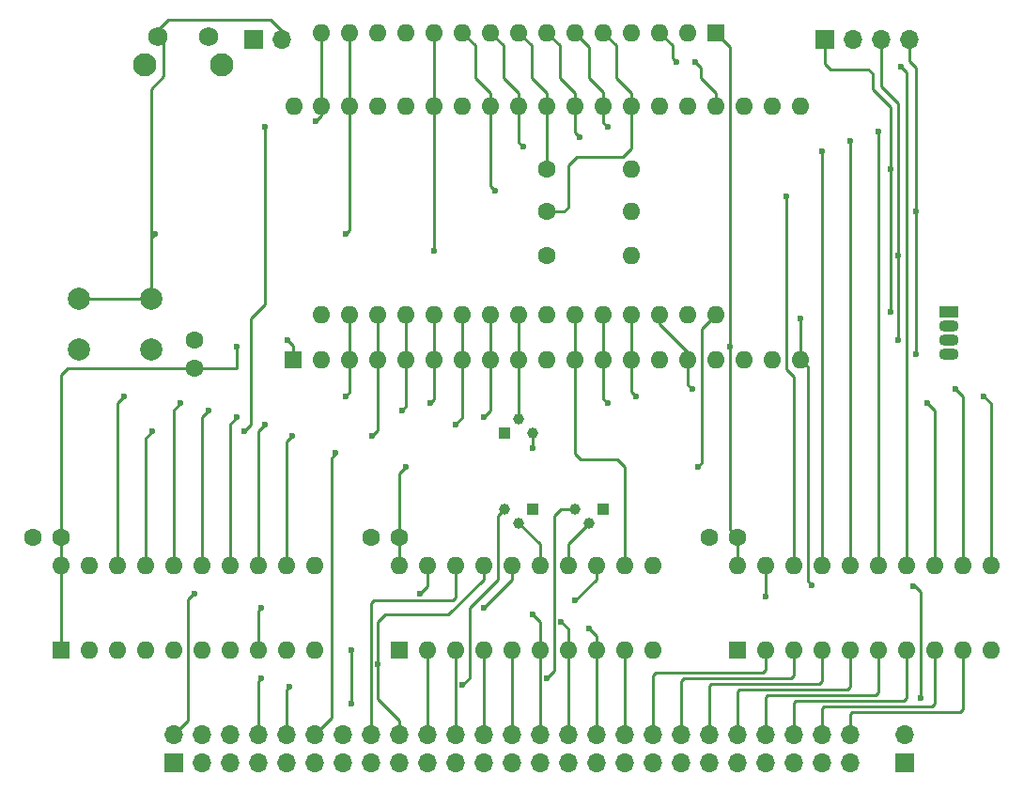
<source format=gbr>
G04 #@! TF.FileFunction,Copper,L1,Top,Signal*
%FSLAX46Y46*%
G04 Gerber Fmt 4.6, Leading zero omitted, Abs format (unit mm)*
G04 Created by KiCad (PCBNEW 4.0.7) date 06/16/19 18:27:59*
%MOMM*%
%LPD*%
G01*
G04 APERTURE LIST*
%ADD10C,0.100000*%
%ADD11C,1.600000*%
%ADD12R,1.800000X1.070000*%
%ADD13O,1.800000X1.070000*%
%ADD14C,1.000000*%
%ADD15R,1.000000X1.000000*%
%ADD16O,1.600000X1.600000*%
%ADD17C,2.000000*%
%ADD18R,1.600000X1.600000*%
%ADD19R,1.700000X1.700000*%
%ADD20O,1.700000X1.700000*%
%ADD21C,2.100000*%
%ADD22C,1.750000*%
%ADD23C,0.600000*%
%ADD24C,0.250000*%
G04 APERTURE END LIST*
D10*
D11*
X130810000Y-116840000D03*
X128310000Y-116840000D03*
X161290000Y-116840000D03*
X158790000Y-116840000D03*
X191770000Y-116840000D03*
X189270000Y-116840000D03*
X142875000Y-101600000D03*
X142875000Y-99100000D03*
D12*
X210820000Y-96520000D03*
D13*
X210820000Y-97790000D03*
X210820000Y-99060000D03*
X210820000Y-100330000D03*
D14*
X172085000Y-106172000D03*
X173355000Y-107442000D03*
D15*
X170815000Y-107442000D03*
D14*
X172085000Y-115570000D03*
X170815000Y-114300000D03*
D15*
X173355000Y-114300000D03*
D14*
X178435000Y-115570000D03*
X177165000Y-114300000D03*
D15*
X179705000Y-114300000D03*
D11*
X174625000Y-83693000D03*
D16*
X182245000Y-83693000D03*
D11*
X174625000Y-87503000D03*
D16*
X182245000Y-87503000D03*
D11*
X174625000Y-91440000D03*
D16*
X182245000Y-91440000D03*
D17*
X132461000Y-99877000D03*
X132461000Y-95377000D03*
X138961000Y-99877000D03*
X138961000Y-95377000D03*
D18*
X191770000Y-127000000D03*
D16*
X214630000Y-119380000D03*
X194310000Y-127000000D03*
X212090000Y-119380000D03*
X196850000Y-127000000D03*
X209550000Y-119380000D03*
X199390000Y-127000000D03*
X207010000Y-119380000D03*
X201930000Y-127000000D03*
X204470000Y-119380000D03*
X204470000Y-127000000D03*
X201930000Y-119380000D03*
X207010000Y-127000000D03*
X199390000Y-119380000D03*
X209550000Y-127000000D03*
X196850000Y-119380000D03*
X212090000Y-127000000D03*
X194310000Y-119380000D03*
X214630000Y-127000000D03*
X191770000Y-119380000D03*
D18*
X161290000Y-127000000D03*
D16*
X184150000Y-119380000D03*
X163830000Y-127000000D03*
X181610000Y-119380000D03*
X166370000Y-127000000D03*
X179070000Y-119380000D03*
X168910000Y-127000000D03*
X176530000Y-119380000D03*
X171450000Y-127000000D03*
X173990000Y-119380000D03*
X173990000Y-127000000D03*
X171450000Y-119380000D03*
X176530000Y-127000000D03*
X168910000Y-119380000D03*
X179070000Y-127000000D03*
X166370000Y-119380000D03*
X181610000Y-127000000D03*
X163830000Y-119380000D03*
X184150000Y-127000000D03*
X161290000Y-119380000D03*
D18*
X130810000Y-127000000D03*
D16*
X153670000Y-119380000D03*
X133350000Y-127000000D03*
X151130000Y-119380000D03*
X135890000Y-127000000D03*
X148590000Y-119380000D03*
X138430000Y-127000000D03*
X146050000Y-119380000D03*
X140970000Y-127000000D03*
X143510000Y-119380000D03*
X143510000Y-127000000D03*
X140970000Y-119380000D03*
X146050000Y-127000000D03*
X138430000Y-119380000D03*
X148590000Y-127000000D03*
X135890000Y-119380000D03*
X151130000Y-127000000D03*
X133350000Y-119380000D03*
X153670000Y-127000000D03*
X130810000Y-119380000D03*
D19*
X140970000Y-137160000D03*
D20*
X140970000Y-134620000D03*
X143510000Y-137160000D03*
X143510000Y-134620000D03*
X146050000Y-137160000D03*
X146050000Y-134620000D03*
X148590000Y-137160000D03*
X148590000Y-134620000D03*
X151130000Y-137160000D03*
X151130000Y-134620000D03*
X153670000Y-137160000D03*
X153670000Y-134620000D03*
X156210000Y-137160000D03*
X156210000Y-134620000D03*
X158750000Y-137160000D03*
X158750000Y-134620000D03*
X161290000Y-137160000D03*
X161290000Y-134620000D03*
X163830000Y-137160000D03*
X163830000Y-134620000D03*
X166370000Y-137160000D03*
X166370000Y-134620000D03*
X168910000Y-137160000D03*
X168910000Y-134620000D03*
X171450000Y-137160000D03*
X171450000Y-134620000D03*
X173990000Y-137160000D03*
X173990000Y-134620000D03*
X176530000Y-137160000D03*
X176530000Y-134620000D03*
X179070000Y-137160000D03*
X179070000Y-134620000D03*
X181610000Y-137160000D03*
X181610000Y-134620000D03*
X184150000Y-137160000D03*
X184150000Y-134620000D03*
X186690000Y-137160000D03*
X186690000Y-134620000D03*
X189230000Y-137160000D03*
X189230000Y-134620000D03*
X191770000Y-137160000D03*
X191770000Y-134620000D03*
X194310000Y-137160000D03*
X194310000Y-134620000D03*
X196850000Y-137160000D03*
X196850000Y-134620000D03*
X199390000Y-137160000D03*
X199390000Y-134620000D03*
X201930000Y-137160000D03*
X201930000Y-134620000D03*
D18*
X189865000Y-71374000D03*
D16*
X187325000Y-71374000D03*
X184785000Y-71374000D03*
X182245000Y-71374000D03*
X179705000Y-71374000D03*
X177165000Y-71374000D03*
X154305000Y-96774000D03*
X174625000Y-71374000D03*
X156845000Y-96774000D03*
X172085000Y-71374000D03*
X159385000Y-96774000D03*
X169545000Y-71374000D03*
X161925000Y-96774000D03*
X167005000Y-71374000D03*
X164465000Y-96774000D03*
X164465000Y-71374000D03*
X167005000Y-96774000D03*
X161925000Y-71374000D03*
X169545000Y-96774000D03*
X159385000Y-71374000D03*
X172085000Y-96774000D03*
X156845000Y-71374000D03*
X174625000Y-96774000D03*
X154305000Y-71374000D03*
X177165000Y-96774000D03*
X179705000Y-96774000D03*
X182245000Y-96774000D03*
X184785000Y-96774000D03*
X187325000Y-96774000D03*
X189865000Y-96774000D03*
D18*
X151765000Y-100838000D03*
D16*
X154305000Y-100838000D03*
X197485000Y-77978000D03*
X156845000Y-100838000D03*
X194945000Y-77978000D03*
X159385000Y-100838000D03*
X192405000Y-77978000D03*
X161925000Y-100838000D03*
X189865000Y-77978000D03*
X164465000Y-100838000D03*
X187325000Y-77978000D03*
X167005000Y-100838000D03*
X184785000Y-77978000D03*
X169545000Y-100838000D03*
X182245000Y-77978000D03*
X172085000Y-100838000D03*
X179705000Y-77978000D03*
X174625000Y-100838000D03*
X177165000Y-77978000D03*
X177165000Y-100838000D03*
X174625000Y-77978000D03*
X179705000Y-100838000D03*
X172085000Y-77978000D03*
X182245000Y-100838000D03*
X169545000Y-77978000D03*
X184785000Y-100838000D03*
X167005000Y-77978000D03*
X187325000Y-100838000D03*
X164465000Y-77978000D03*
X189865000Y-100838000D03*
X161925000Y-77978000D03*
X192405000Y-100838000D03*
X159385000Y-77978000D03*
X194945000Y-100838000D03*
X156845000Y-77978000D03*
X197485000Y-100838000D03*
X154305000Y-77978000D03*
X151828500Y-77978000D03*
D19*
X206883000Y-137160000D03*
D20*
X206883000Y-134620000D03*
D19*
X148209000Y-72009000D03*
D20*
X150749000Y-72009000D03*
D19*
X199644000Y-72009000D03*
D20*
X202184000Y-72009000D03*
X204724000Y-72009000D03*
X207264000Y-72009000D03*
D21*
X145333000Y-74245000D03*
D22*
X144073000Y-71755000D03*
X139573000Y-71755000D03*
D21*
X138323000Y-74245000D03*
D23*
X191135000Y-99695000D03*
X151257000Y-99060000D03*
X146685000Y-99695000D03*
X156972000Y-131826000D03*
X156972000Y-127000000D03*
X178435000Y-125095000D03*
X175895000Y-124460000D03*
X173355000Y-123825000D03*
X159385000Y-128270000D03*
X155575000Y-109220000D03*
X173355000Y-108839000D03*
X151384000Y-130302000D03*
X167005000Y-130175000D03*
X148844000Y-129540000D03*
X174625000Y-129540000D03*
X142875000Y-121920000D03*
X163195000Y-121920000D03*
X164465000Y-91059000D03*
X156464000Y-104140000D03*
X136525000Y-104140000D03*
X161544000Y-105410000D03*
X144145000Y-105410000D03*
X187960000Y-74041000D03*
X186309000Y-74041000D03*
X206502000Y-74422000D03*
X164084000Y-104775000D03*
X141605000Y-104775000D03*
X166370000Y-106680000D03*
X149225000Y-106680000D03*
X168910000Y-106045000D03*
X146685000Y-106045000D03*
X204470000Y-80264000D03*
X180086000Y-79883000D03*
X177546000Y-80772000D03*
X201930000Y-81153000D03*
X180086000Y-104775000D03*
X208915000Y-104775000D03*
X172466000Y-81661000D03*
X199390000Y-82042000D03*
X182626000Y-104140000D03*
X213995000Y-104140000D03*
X196215000Y-86106000D03*
X169926000Y-85598000D03*
X187706000Y-103505000D03*
X211455000Y-103505000D03*
X149225000Y-79883000D03*
X153797000Y-79375000D03*
X139065000Y-107315000D03*
X147320000Y-107315000D03*
X194310000Y-122174000D03*
X177165000Y-122555000D03*
X151638000Y-107696000D03*
X158877000Y-107696000D03*
X168910000Y-123190000D03*
X148844000Y-123190000D03*
X207645000Y-121285000D03*
X208280000Y-131318000D03*
X198501000Y-121158000D03*
X197485000Y-97155000D03*
X188214000Y-110490000D03*
X161925000Y-110490000D03*
X139319000Y-89535000D03*
X156464000Y-89535000D03*
X205613000Y-83693000D03*
X205613000Y-96520000D03*
X206248000Y-99060000D03*
X206248000Y-91440000D03*
X207899000Y-100330000D03*
X207899000Y-87503000D03*
D24*
X191135000Y-99695000D02*
X191135000Y-72644000D01*
X191135000Y-72644000D02*
X189865000Y-71374000D01*
X191135000Y-109220000D02*
X191135000Y-116205000D01*
X191135000Y-99695000D02*
X191135000Y-109220000D01*
X191135000Y-116205000D02*
X191770000Y-116840000D01*
X151765000Y-100838000D02*
X151765000Y-99568000D01*
X151765000Y-99568000D02*
X151257000Y-99060000D01*
X146685000Y-101600000D02*
X146685000Y-99695000D01*
X142875000Y-101600000D02*
X131445000Y-101600000D01*
X130810000Y-102235000D02*
X130810000Y-116840000D01*
X131445000Y-101600000D02*
X130810000Y-102235000D01*
X130810000Y-116840000D02*
X130810000Y-119380000D01*
X130810000Y-119380000D02*
X130810000Y-127000000D01*
X191770000Y-116840000D02*
X191770000Y-119380000D01*
X146685000Y-101600000D02*
X142875000Y-101600000D01*
X156972000Y-127000000D02*
X156972000Y-131826000D01*
X201930000Y-134620000D02*
X201930000Y-132784002D01*
X212090000Y-132334000D02*
X212090000Y-127000000D01*
X211836000Y-132588000D02*
X212090000Y-132334000D01*
X202126002Y-132588000D02*
X211836000Y-132588000D01*
X201930000Y-132784002D02*
X202126002Y-132588000D01*
X199390000Y-134620000D02*
X199390000Y-132276002D01*
X209550000Y-131826000D02*
X209550000Y-127000000D01*
X209296000Y-132080000D02*
X209550000Y-131826000D01*
X199586002Y-132080000D02*
X209296000Y-132080000D01*
X199390000Y-132276002D02*
X199586002Y-132080000D01*
X196850000Y-134620000D02*
X196850000Y-131768002D01*
X207010000Y-131318000D02*
X207010000Y-127000000D01*
X206756000Y-131572000D02*
X207010000Y-131318000D01*
X197046002Y-131572000D02*
X206756000Y-131572000D01*
X196850000Y-131768002D02*
X197046002Y-131572000D01*
X194310000Y-134620000D02*
X194310000Y-131260002D01*
X204470000Y-130810000D02*
X204470000Y-127000000D01*
X204216000Y-131064000D02*
X204470000Y-130810000D01*
X194506002Y-131064000D02*
X204216000Y-131064000D01*
X194310000Y-131260002D02*
X194506002Y-131064000D01*
X191770000Y-134620000D02*
X191770000Y-130752002D01*
X201930000Y-130302000D02*
X201930000Y-127000000D01*
X201676000Y-130556000D02*
X201930000Y-130302000D01*
X191966002Y-130556000D02*
X201676000Y-130556000D01*
X191770000Y-130752002D02*
X191966002Y-130556000D01*
X189230000Y-134620000D02*
X189230000Y-130244002D01*
X199390000Y-129794000D02*
X199390000Y-127000000D01*
X199136000Y-130048000D02*
X199390000Y-129794000D01*
X189426002Y-130048000D02*
X199136000Y-130048000D01*
X189230000Y-130244002D02*
X189426002Y-130048000D01*
X196342000Y-129540000D02*
X196596000Y-129540000D01*
X196342000Y-129540000D02*
X186944000Y-129540000D01*
X186944000Y-129540000D02*
X186690000Y-129794000D01*
X186690000Y-134620000D02*
X186690000Y-129794000D01*
X196850000Y-129032000D02*
X196850000Y-127000000D01*
X196850000Y-129286000D02*
X196850000Y-129032000D01*
X196596000Y-129540000D02*
X196850000Y-129286000D01*
X194310000Y-128016000D02*
X194310000Y-128778000D01*
X193294000Y-129032000D02*
X184404000Y-129032000D01*
X184404000Y-129032000D02*
X184150000Y-129286000D01*
X184150000Y-134620000D02*
X184150000Y-129286000D01*
X194310000Y-128016000D02*
X194310000Y-127000000D01*
X194056000Y-129032000D02*
X193294000Y-129032000D01*
X194310000Y-128778000D02*
X194056000Y-129032000D01*
X181610000Y-127000000D02*
X181610000Y-134620000D01*
X179070000Y-127000000D02*
X179070000Y-134620000D01*
X179070000Y-125730000D02*
X178435000Y-125095000D01*
X179070000Y-127000000D02*
X179070000Y-125730000D01*
X176530000Y-127000000D02*
X176530000Y-134620000D01*
X176530000Y-125095000D02*
X175895000Y-124460000D01*
X176530000Y-125095000D02*
X176530000Y-127000000D01*
X173990000Y-127000000D02*
X173990000Y-134620000D01*
X173990000Y-124460000D02*
X173355000Y-123825000D01*
X173990000Y-124460000D02*
X173990000Y-127000000D01*
X171450000Y-127000000D02*
X171450000Y-134620000D01*
X168910000Y-127000000D02*
X168910000Y-134620000D01*
X166370000Y-127000000D02*
X166370000Y-134620000D01*
X163830000Y-127000000D02*
X163830000Y-134620000D01*
X161290000Y-134620000D02*
X161290000Y-133350000D01*
X161290000Y-133350000D02*
X159385000Y-131445000D01*
X159385000Y-124460000D02*
X159385000Y-128270000D01*
X159385000Y-128270000D02*
X159385000Y-129540000D01*
X168910000Y-119380000D02*
X168910000Y-120650000D01*
X159385000Y-129540000D02*
X159385000Y-131445000D01*
X160020000Y-123825000D02*
X159385000Y-124460000D01*
X165735000Y-123825000D02*
X160020000Y-123825000D01*
X168910000Y-120650000D02*
X165735000Y-123825000D01*
X166370000Y-119380000D02*
X166370000Y-122301000D01*
X158750000Y-122809000D02*
X158750000Y-134620000D01*
X159004000Y-122555000D02*
X158750000Y-122809000D01*
X166116000Y-122555000D02*
X159004000Y-122555000D01*
X166370000Y-122301000D02*
X166116000Y-122555000D01*
X155575000Y-109347000D02*
X155194000Y-109728000D01*
X155194000Y-109728000D02*
X155194000Y-133096000D01*
X153670000Y-134620000D02*
X155194000Y-133096000D01*
X155575000Y-109220000D02*
X155575000Y-109347000D01*
X173355000Y-108839000D02*
X173355000Y-107442000D01*
X151130000Y-130556000D02*
X151130000Y-134620000D01*
X151384000Y-130302000D02*
X151130000Y-130556000D01*
X170180000Y-114935000D02*
X170815000Y-114300000D01*
X170180000Y-120650000D02*
X170180000Y-114935000D01*
X167640000Y-123190000D02*
X170180000Y-120650000D01*
X167640000Y-129540000D02*
X167640000Y-123190000D01*
X167005000Y-130175000D02*
X167640000Y-129540000D01*
X148590000Y-129794000D02*
X148590000Y-134620000D01*
X148844000Y-129540000D02*
X148590000Y-129794000D01*
X175895000Y-114300000D02*
X177165000Y-114300000D01*
X175260000Y-114935000D02*
X175895000Y-114300000D01*
X175260000Y-128905000D02*
X175260000Y-114935000D01*
X174625000Y-129540000D02*
X175260000Y-128905000D01*
X142875000Y-121920000D02*
X142748000Y-121920000D01*
X163195000Y-121920000D02*
X163830000Y-121285000D01*
X163830000Y-121285000D02*
X163830000Y-120650000D01*
X163830000Y-119380000D02*
X163830000Y-120650000D01*
X142240000Y-133350000D02*
X140970000Y-134620000D01*
X142240000Y-122428000D02*
X142240000Y-133350000D01*
X142748000Y-121920000D02*
X142240000Y-122428000D01*
X172085000Y-100838000D02*
X172085000Y-106172000D01*
X172085000Y-96774000D02*
X172085000Y-100838000D01*
X172085000Y-115570000D02*
X173990000Y-117475000D01*
X173990000Y-117475000D02*
X173990000Y-119380000D01*
X178435000Y-115570000D02*
X176530000Y-117475000D01*
X176530000Y-117475000D02*
X176530000Y-119380000D01*
X174625000Y-77978000D02*
X174625000Y-83693000D01*
X174625000Y-77978000D02*
X174625000Y-76835000D01*
X173228000Y-75438000D02*
X173228000Y-72517000D01*
X173228000Y-72517000D02*
X172085000Y-71374000D01*
X174625000Y-76835000D02*
X173228000Y-75438000D01*
X182245000Y-77978000D02*
X182245000Y-81788000D01*
X176149000Y-87503000D02*
X174625000Y-87503000D01*
X176530000Y-87122000D02*
X176149000Y-87503000D01*
X176530000Y-83312000D02*
X176530000Y-87122000D01*
X177292000Y-82550000D02*
X176530000Y-83312000D01*
X181483000Y-82550000D02*
X177292000Y-82550000D01*
X182245000Y-81788000D02*
X181483000Y-82550000D01*
X182245000Y-77978000D02*
X182245000Y-76835000D01*
X180848000Y-75438000D02*
X180848000Y-72517000D01*
X180848000Y-72517000D02*
X179705000Y-71374000D01*
X182245000Y-76835000D02*
X180848000Y-75438000D01*
X164465000Y-91059000D02*
X164465000Y-89916000D01*
X164465000Y-71374000D02*
X164465000Y-77978000D01*
X164465000Y-77978000D02*
X164465000Y-89916000D01*
X164465000Y-89916000D02*
X164465000Y-90043000D01*
X156845000Y-100838000D02*
X156845000Y-103759000D01*
X156845000Y-103759000D02*
X156464000Y-104140000D01*
X135890000Y-104775000D02*
X136525000Y-104140000D01*
X135890000Y-104775000D02*
X135890000Y-119380000D01*
X156845000Y-96774000D02*
X156845000Y-100838000D01*
X161925000Y-100838000D02*
X161925000Y-105029000D01*
X161925000Y-105029000D02*
X161544000Y-105410000D01*
X143510000Y-106045000D02*
X144145000Y-105410000D01*
X143510000Y-119380000D02*
X143510000Y-106045000D01*
X161925000Y-96774000D02*
X161925000Y-100838000D01*
X189865000Y-77978000D02*
X189865000Y-76835000D01*
X188468000Y-75438000D02*
X188468000Y-74549000D01*
X188468000Y-74549000D02*
X187960000Y-74041000D01*
X189865000Y-76835000D02*
X188468000Y-75438000D01*
X184785000Y-71374000D02*
X185928000Y-72517000D01*
X185928000Y-73660000D02*
X186309000Y-74041000D01*
X185928000Y-72517000D02*
X185928000Y-73660000D01*
X207010000Y-75946000D02*
X207010000Y-74930000D01*
X207010000Y-74930000D02*
X206502000Y-74422000D01*
X207010000Y-78867000D02*
X207010000Y-75946000D01*
X184912000Y-71501000D02*
X184785000Y-71374000D01*
X207010000Y-78740000D02*
X207010000Y-78867000D01*
X207010000Y-78867000D02*
X207010000Y-119380000D01*
X164465000Y-100838000D02*
X164465000Y-104394000D01*
X164465000Y-104394000D02*
X164084000Y-104775000D01*
X140970000Y-119380000D02*
X140970000Y-105410000D01*
X140970000Y-105410000D02*
X141605000Y-104775000D01*
X164465000Y-96774000D02*
X164465000Y-100838000D01*
X167005000Y-100838000D02*
X167005000Y-106045000D01*
X167005000Y-106045000D02*
X166370000Y-106680000D01*
X148590000Y-107315000D02*
X148590000Y-119380000D01*
X148590000Y-107315000D02*
X149225000Y-106680000D01*
X167005000Y-96774000D02*
X167005000Y-100838000D01*
X169545000Y-100838000D02*
X169545000Y-105410000D01*
X169545000Y-105410000D02*
X168910000Y-106045000D01*
X146050000Y-106680000D02*
X146685000Y-106045000D01*
X146050000Y-106680000D02*
X146050000Y-119380000D01*
X169545000Y-96774000D02*
X169545000Y-100838000D01*
X204470000Y-119380000D02*
X204470000Y-94107000D01*
X204470000Y-80264000D02*
X204470000Y-94107000D01*
X179705000Y-79502000D02*
X180086000Y-79883000D01*
X179705000Y-79502000D02*
X179705000Y-77978000D01*
X179705000Y-77978000D02*
X179705000Y-76771500D01*
X178435000Y-75438000D02*
X178435000Y-72644000D01*
X178435000Y-72644000D02*
X177165000Y-71374000D01*
X179705000Y-76708000D02*
X178435000Y-75438000D01*
X179705000Y-76771500D02*
X179705000Y-76708000D01*
X177165000Y-77978000D02*
X177165000Y-80391000D01*
X177165000Y-80391000D02*
X177546000Y-80772000D01*
X201930000Y-81153000D02*
X201930000Y-119380000D01*
X177165000Y-77978000D02*
X177165000Y-76835000D01*
X175768000Y-75438000D02*
X175768000Y-72517000D01*
X175768000Y-72517000D02*
X174625000Y-71374000D01*
X177165000Y-76835000D02*
X175768000Y-75438000D01*
X177165000Y-100838000D02*
X177165000Y-109347000D01*
X177165000Y-109347000D02*
X177673000Y-109855000D01*
X180340000Y-109855000D02*
X180975000Y-109855000D01*
X180975000Y-109855000D02*
X181610000Y-110490000D01*
X181610000Y-110490000D02*
X181610000Y-111125000D01*
X181610000Y-119380000D02*
X181610000Y-111125000D01*
X177673000Y-109855000D02*
X180340000Y-109855000D01*
X177165000Y-96774000D02*
X177165000Y-100838000D01*
X179705000Y-100838000D02*
X179705000Y-104394000D01*
X179705000Y-104394000D02*
X180086000Y-104775000D01*
X179705000Y-96774000D02*
X179705000Y-100838000D01*
X209550000Y-105410000D02*
X209550000Y-119380000D01*
X208915000Y-104775000D02*
X209550000Y-105410000D01*
X172085000Y-77978000D02*
X172085000Y-81280000D01*
X172085000Y-81280000D02*
X172466000Y-81661000D01*
X199390000Y-82042000D02*
X199390000Y-119380000D01*
X170688000Y-73279000D02*
X170688000Y-72517000D01*
X170688000Y-75438000D02*
X170688000Y-73279000D01*
X172085000Y-76835000D02*
X170688000Y-75438000D01*
X172085000Y-77978000D02*
X172085000Y-76835000D01*
X170688000Y-72517000D02*
X169545000Y-71374000D01*
X182245000Y-100838000D02*
X182245000Y-103759000D01*
X182245000Y-103759000D02*
X182626000Y-104140000D01*
X214630000Y-104775000D02*
X214630000Y-119380000D01*
X213995000Y-104140000D02*
X214630000Y-104775000D01*
X182245000Y-96774000D02*
X182245000Y-100838000D01*
X196850000Y-119380000D02*
X196850000Y-102362000D01*
X196215000Y-101727000D02*
X196215000Y-86106000D01*
X196850000Y-102362000D02*
X196215000Y-101727000D01*
X169545000Y-85217000D02*
X169545000Y-77978000D01*
X169545000Y-85217000D02*
X169926000Y-85598000D01*
X168148000Y-73279000D02*
X168148000Y-72517000D01*
X168148000Y-75438000D02*
X169545000Y-76835000D01*
X168148000Y-75438000D02*
X168148000Y-73279000D01*
X169545000Y-77978000D02*
X169545000Y-76835000D01*
X168148000Y-72517000D02*
X167005000Y-71374000D01*
X196850000Y-119380000D02*
X196850000Y-119126000D01*
X187325000Y-100838000D02*
X187325000Y-100203000D01*
X187325000Y-100203000D02*
X184785000Y-97663000D01*
X184785000Y-97663000D02*
X184785000Y-96774000D01*
X187325000Y-100838000D02*
X187325000Y-103124000D01*
X187325000Y-103124000D02*
X187706000Y-103505000D01*
X212090000Y-119380000D02*
X212090000Y-104775000D01*
X212090000Y-104140000D02*
X212090000Y-104775000D01*
X211455000Y-103505000D02*
X212090000Y-104140000D01*
X154305000Y-77978000D02*
X154305000Y-78867000D01*
X154305000Y-78867000D02*
X153797000Y-79375000D01*
X154305000Y-76835000D02*
X154305000Y-78486000D01*
X154305000Y-71374000D02*
X154305000Y-76835000D01*
X149225000Y-79883000D02*
X149225000Y-95885000D01*
X138430000Y-107950000D02*
X138430000Y-119380000D01*
X139065000Y-107315000D02*
X138430000Y-107950000D01*
X147955000Y-106680000D02*
X147320000Y-107315000D01*
X147955000Y-97155000D02*
X147955000Y-106680000D01*
X149225000Y-95885000D02*
X147955000Y-97155000D01*
X194310000Y-122174000D02*
X194310000Y-119380000D01*
X179070000Y-119380000D02*
X179070000Y-120650000D01*
X179070000Y-120650000D02*
X177165000Y-122555000D01*
X159385000Y-107188000D02*
X158877000Y-107696000D01*
X151130000Y-119380000D02*
X151130000Y-108204000D01*
X151130000Y-108204000D02*
X151638000Y-107696000D01*
X159385000Y-107188000D02*
X159385000Y-100838000D01*
X159385000Y-96774000D02*
X159385000Y-100838000D01*
X171450000Y-120650000D02*
X168910000Y-123190000D01*
X171450000Y-119380000D02*
X171450000Y-120650000D01*
X148590000Y-123444000D02*
X148590000Y-127000000D01*
X148844000Y-123190000D02*
X148590000Y-123444000D01*
X207772000Y-121285000D02*
X207645000Y-121285000D01*
X208280000Y-121793000D02*
X207772000Y-121285000D01*
X208280000Y-131318000D02*
X208280000Y-121793000D01*
X198120000Y-118618000D02*
X198120000Y-120777000D01*
X197485000Y-100838000D02*
X198120000Y-101473000D01*
X198120000Y-110109000D02*
X198120000Y-118618000D01*
X198120000Y-110109000D02*
X198120000Y-101473000D01*
X198120000Y-120777000D02*
X198501000Y-121158000D01*
X197485000Y-97155000D02*
X197485000Y-100838000D01*
X189865000Y-96774000D02*
X188595000Y-98044000D01*
X188595000Y-110109000D02*
X188214000Y-110490000D01*
X188595000Y-98044000D02*
X188595000Y-110109000D01*
X161290000Y-116840000D02*
X161290000Y-111125000D01*
X161290000Y-111125000D02*
X161925000Y-110490000D01*
X161290000Y-116840000D02*
X161290000Y-119380000D01*
X138961000Y-89916000D02*
X138961000Y-76431000D01*
X140081000Y-75311000D02*
X140081000Y-72263000D01*
X138961000Y-76431000D02*
X140081000Y-75311000D01*
X140081000Y-72263000D02*
X139573000Y-71755000D01*
X139573000Y-71755000D02*
X139573000Y-71120000D01*
X139573000Y-71120000D02*
X140462000Y-70231000D01*
X140462000Y-70231000D02*
X149733000Y-70231000D01*
X149733000Y-70231000D02*
X150749000Y-71247000D01*
X150749000Y-71247000D02*
X150749000Y-72009000D01*
X138961000Y-95377000D02*
X138961000Y-89916000D01*
X138961000Y-89916000D02*
X138961000Y-89893000D01*
X138961000Y-89893000D02*
X139319000Y-89535000D01*
X132461000Y-95377000D02*
X138961000Y-95377000D01*
X156845000Y-71374000D02*
X156845000Y-77978000D01*
X156845000Y-77978000D02*
X156845000Y-89154000D01*
X156845000Y-89154000D02*
X156464000Y-89535000D01*
X205613000Y-82042000D02*
X205613000Y-83693000D01*
X205613000Y-83693000D02*
X205613000Y-96520000D01*
X199644000Y-74168000D02*
X200152000Y-74676000D01*
X200152000Y-74676000D02*
X203581000Y-74676000D01*
X203581000Y-74676000D02*
X203962000Y-75057000D01*
X203962000Y-75057000D02*
X203962000Y-76454000D01*
X203962000Y-76454000D02*
X205613000Y-78105000D01*
X205613000Y-78105000D02*
X205613000Y-82042000D01*
X199644000Y-72009000D02*
X199644000Y-74168000D01*
X206248000Y-90932000D02*
X206248000Y-84709000D01*
X206248000Y-90932000D02*
X206248000Y-91440000D01*
X206248000Y-91440000D02*
X206248000Y-98933000D01*
X204724000Y-72009000D02*
X204724000Y-76200000D01*
X206248000Y-77724000D02*
X206248000Y-84709000D01*
X204724000Y-76200000D02*
X206248000Y-77724000D01*
X207899000Y-99949000D02*
X207899000Y-100330000D01*
X207899000Y-87503000D02*
X207899000Y-99949000D01*
X207899000Y-85725000D02*
X207899000Y-87503000D01*
X207264000Y-73914000D02*
X207899000Y-74549000D01*
X207899000Y-74549000D02*
X207899000Y-85725000D01*
X207264000Y-72009000D02*
X207264000Y-73914000D01*
M02*

</source>
